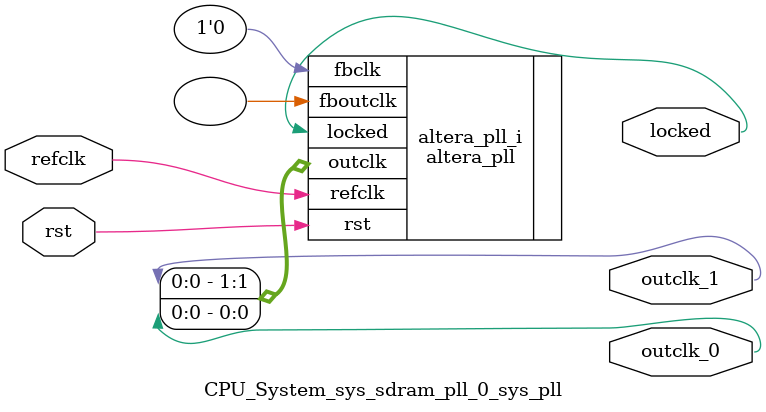
<source format=v>
`timescale 1ns/10ps
module  CPU_System_sys_sdram_pll_0_sys_pll(

	// interface 'refclk'
	input wire refclk,

	// interface 'reset'
	input wire rst,

	// interface 'outclk0'
	output wire outclk_0,

	// interface 'outclk1'
	output wire outclk_1,

	// interface 'locked'
	output wire locked
);

	altera_pll #(
		.fractional_vco_multiplier("false"),
		.reference_clock_frequency("50.0 MHz"),
		.operation_mode("direct"),
		.number_of_clocks(2),
		.output_clock_frequency0("100.000000 MHz"),
		.phase_shift0("0 ps"),
		.duty_cycle0(50),
		.output_clock_frequency1("100.000000 MHz"),
		.phase_shift1("-3000 ps"),
		.duty_cycle1(50),
		.output_clock_frequency2("0 MHz"),
		.phase_shift2("0 ps"),
		.duty_cycle2(50),
		.output_clock_frequency3("0 MHz"),
		.phase_shift3("0 ps"),
		.duty_cycle3(50),
		.output_clock_frequency4("0 MHz"),
		.phase_shift4("0 ps"),
		.duty_cycle4(50),
		.output_clock_frequency5("0 MHz"),
		.phase_shift5("0 ps"),
		.duty_cycle5(50),
		.output_clock_frequency6("0 MHz"),
		.phase_shift6("0 ps"),
		.duty_cycle6(50),
		.output_clock_frequency7("0 MHz"),
		.phase_shift7("0 ps"),
		.duty_cycle7(50),
		.output_clock_frequency8("0 MHz"),
		.phase_shift8("0 ps"),
		.duty_cycle8(50),
		.output_clock_frequency9("0 MHz"),
		.phase_shift9("0 ps"),
		.duty_cycle9(50),
		.output_clock_frequency10("0 MHz"),
		.phase_shift10("0 ps"),
		.duty_cycle10(50),
		.output_clock_frequency11("0 MHz"),
		.phase_shift11("0 ps"),
		.duty_cycle11(50),
		.output_clock_frequency12("0 MHz"),
		.phase_shift12("0 ps"),
		.duty_cycle12(50),
		.output_clock_frequency13("0 MHz"),
		.phase_shift13("0 ps"),
		.duty_cycle13(50),
		.output_clock_frequency14("0 MHz"),
		.phase_shift14("0 ps"),
		.duty_cycle14(50),
		.output_clock_frequency15("0 MHz"),
		.phase_shift15("0 ps"),
		.duty_cycle15(50),
		.output_clock_frequency16("0 MHz"),
		.phase_shift16("0 ps"),
		.duty_cycle16(50),
		.output_clock_frequency17("0 MHz"),
		.phase_shift17("0 ps"),
		.duty_cycle17(50),
		.pll_type("General"),
		.pll_subtype("General")
	) altera_pll_i (
		.rst	(rst),
		.outclk	({outclk_1, outclk_0}),
		.locked	(locked),
		.fboutclk	( ),
		.fbclk	(1'b0),
		.refclk	(refclk)
	);
endmodule


</source>
